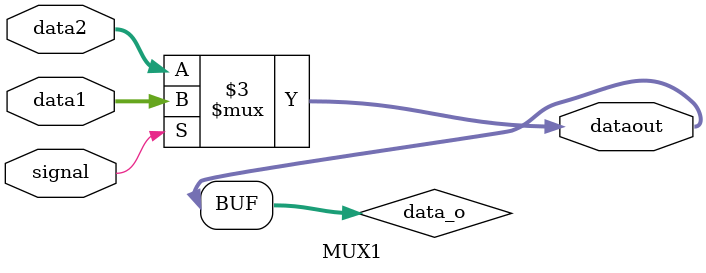
<source format=v>
module MUX1(
  data1,
  data2,
  signal,
  dataout,
);

input[31:0] data1;
input[31:0] data2;
input signal;
output[31:0] dataout;

reg[31:0] data_o;

always@(*)
begin
  if(signal)
    data_o =  data1;
  else
    data_o = data2;
end

assign dataout = data_o;

endmodule


</source>
